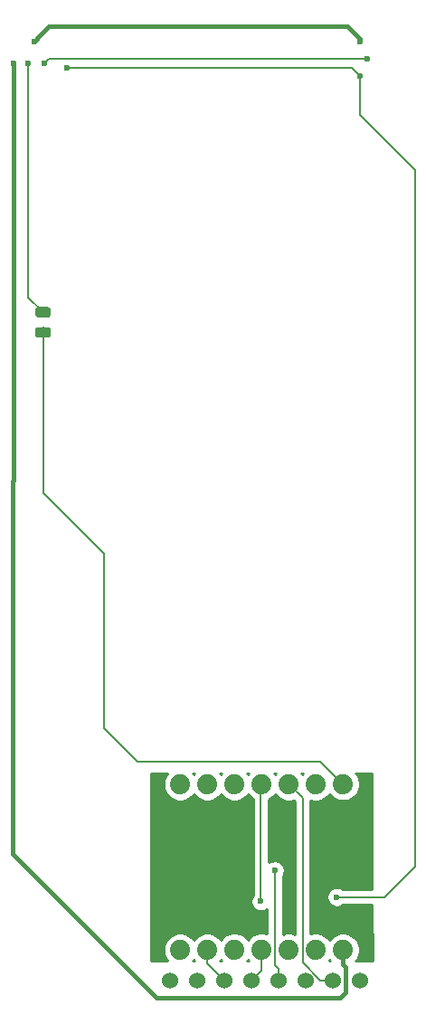
<source format=gbr>
G04 #@! TF.GenerationSoftware,KiCad,Pcbnew,(5.1.2)-1*
G04 #@! TF.CreationDate,2023-05-08T17:00:14+09:00*
G04 #@! TF.ProjectId,gopher_beer_xiao,676f7068-6572-45f6-9265-65725f786961,rev?*
G04 #@! TF.SameCoordinates,Original*
G04 #@! TF.FileFunction,Copper,L2,Bot*
G04 #@! TF.FilePolarity,Positive*
%FSLAX46Y46*%
G04 Gerber Fmt 4.6, Leading zero omitted, Abs format (unit mm)*
G04 Created by KiCad (PCBNEW (5.1.2)-1) date 2023-05-08 17:00:14*
%MOMM*%
%LPD*%
G04 APERTURE LIST*
%ADD10C,1.879600*%
%ADD11C,0.100000*%
%ADD12C,0.975000*%
%ADD13C,1.524000*%
%ADD14C,0.600000*%
%ADD15C,0.200000*%
%ADD16C,0.400000*%
%ADD17C,0.254000*%
G04 APERTURE END LIST*
D10*
X122080000Y-143340000D03*
X119550000Y-143340000D03*
X117010000Y-143340000D03*
X114460000Y-143330000D03*
X111930000Y-143330000D03*
X109380000Y-143340000D03*
X106840000Y-143340000D03*
X106840000Y-127840000D03*
X109390000Y-127840000D03*
X111920000Y-127840000D03*
X114450000Y-127840000D03*
X117010000Y-127840000D03*
X119540000Y-127840000D03*
X122080000Y-127830000D03*
D11*
G36*
X94480142Y-83176174D02*
G01*
X94503803Y-83179684D01*
X94527007Y-83185496D01*
X94549529Y-83193554D01*
X94571153Y-83203782D01*
X94591670Y-83216079D01*
X94610883Y-83230329D01*
X94628607Y-83246393D01*
X94644671Y-83264117D01*
X94658921Y-83283330D01*
X94671218Y-83303847D01*
X94681446Y-83325471D01*
X94689504Y-83347993D01*
X94695316Y-83371197D01*
X94698826Y-83394858D01*
X94700000Y-83418750D01*
X94700000Y-83906250D01*
X94698826Y-83930142D01*
X94695316Y-83953803D01*
X94689504Y-83977007D01*
X94681446Y-83999529D01*
X94671218Y-84021153D01*
X94658921Y-84041670D01*
X94644671Y-84060883D01*
X94628607Y-84078607D01*
X94610883Y-84094671D01*
X94591670Y-84108921D01*
X94571153Y-84121218D01*
X94549529Y-84131446D01*
X94527007Y-84139504D01*
X94503803Y-84145316D01*
X94480142Y-84148826D01*
X94456250Y-84150000D01*
X93543750Y-84150000D01*
X93519858Y-84148826D01*
X93496197Y-84145316D01*
X93472993Y-84139504D01*
X93450471Y-84131446D01*
X93428847Y-84121218D01*
X93408330Y-84108921D01*
X93389117Y-84094671D01*
X93371393Y-84078607D01*
X93355329Y-84060883D01*
X93341079Y-84041670D01*
X93328782Y-84021153D01*
X93318554Y-83999529D01*
X93310496Y-83977007D01*
X93304684Y-83953803D01*
X93301174Y-83930142D01*
X93300000Y-83906250D01*
X93300000Y-83418750D01*
X93301174Y-83394858D01*
X93304684Y-83371197D01*
X93310496Y-83347993D01*
X93318554Y-83325471D01*
X93328782Y-83303847D01*
X93341079Y-83283330D01*
X93355329Y-83264117D01*
X93371393Y-83246393D01*
X93389117Y-83230329D01*
X93408330Y-83216079D01*
X93428847Y-83203782D01*
X93450471Y-83193554D01*
X93472993Y-83185496D01*
X93496197Y-83179684D01*
X93519858Y-83176174D01*
X93543750Y-83175000D01*
X94456250Y-83175000D01*
X94480142Y-83176174D01*
X94480142Y-83176174D01*
G37*
D12*
X94000000Y-83662500D03*
D11*
G36*
X94480142Y-85051174D02*
G01*
X94503803Y-85054684D01*
X94527007Y-85060496D01*
X94549529Y-85068554D01*
X94571153Y-85078782D01*
X94591670Y-85091079D01*
X94610883Y-85105329D01*
X94628607Y-85121393D01*
X94644671Y-85139117D01*
X94658921Y-85158330D01*
X94671218Y-85178847D01*
X94681446Y-85200471D01*
X94689504Y-85222993D01*
X94695316Y-85246197D01*
X94698826Y-85269858D01*
X94700000Y-85293750D01*
X94700000Y-85781250D01*
X94698826Y-85805142D01*
X94695316Y-85828803D01*
X94689504Y-85852007D01*
X94681446Y-85874529D01*
X94671218Y-85896153D01*
X94658921Y-85916670D01*
X94644671Y-85935883D01*
X94628607Y-85953607D01*
X94610883Y-85969671D01*
X94591670Y-85983921D01*
X94571153Y-85996218D01*
X94549529Y-86006446D01*
X94527007Y-86014504D01*
X94503803Y-86020316D01*
X94480142Y-86023826D01*
X94456250Y-86025000D01*
X93543750Y-86025000D01*
X93519858Y-86023826D01*
X93496197Y-86020316D01*
X93472993Y-86014504D01*
X93450471Y-86006446D01*
X93428847Y-85996218D01*
X93408330Y-85983921D01*
X93389117Y-85969671D01*
X93371393Y-85953607D01*
X93355329Y-85935883D01*
X93341079Y-85916670D01*
X93328782Y-85896153D01*
X93318554Y-85874529D01*
X93310496Y-85852007D01*
X93304684Y-85828803D01*
X93301174Y-85805142D01*
X93300000Y-85781250D01*
X93300000Y-85293750D01*
X93301174Y-85269858D01*
X93304684Y-85246197D01*
X93310496Y-85222993D01*
X93318554Y-85200471D01*
X93328782Y-85178847D01*
X93341079Y-85158330D01*
X93355329Y-85139117D01*
X93371393Y-85121393D01*
X93389117Y-85105329D01*
X93408330Y-85091079D01*
X93428847Y-85078782D01*
X93450471Y-85068554D01*
X93472993Y-85060496D01*
X93496197Y-85054684D01*
X93519858Y-85051174D01*
X93543750Y-85050000D01*
X94456250Y-85050000D01*
X94480142Y-85051174D01*
X94480142Y-85051174D01*
G37*
D12*
X94000000Y-85537500D03*
D13*
X105920000Y-146200000D03*
X108460000Y-146200000D03*
X111000000Y-146200000D03*
X113540000Y-146200000D03*
X116080000Y-146200000D03*
X118620000Y-146200000D03*
X121160000Y-146200000D03*
X123700000Y-146200000D03*
D14*
X96200000Y-60800000D03*
X123674500Y-61529200D03*
X121500000Y-138400000D03*
X94149000Y-60389600D03*
X124385700Y-59954400D03*
X92599600Y-60351500D03*
X91228000Y-60351500D03*
X93171100Y-58370300D03*
X123636400Y-58328800D03*
X114400000Y-138800000D03*
X115700000Y-135900000D03*
D15*
X126000000Y-138400000D02*
X121500000Y-138400000D01*
X128860900Y-135539100D02*
X126000000Y-138400000D01*
X128860900Y-70360900D02*
X128860900Y-135539100D01*
X123674500Y-61529200D02*
X123674500Y-65174500D01*
X123674500Y-65174500D02*
X128860900Y-70360900D01*
X122945300Y-60800000D02*
X123674500Y-61529200D01*
X96200000Y-60800000D02*
X122945300Y-60800000D01*
X94584200Y-59954400D02*
X124385700Y-59954400D01*
X94149000Y-60389600D02*
X94584200Y-59954400D01*
X92599600Y-82262100D02*
X94000000Y-83662500D01*
X92599600Y-60351500D02*
X92599600Y-82262100D01*
D16*
X123636400Y-58062100D02*
X123636400Y-58328800D01*
X122506100Y-56931800D02*
X123636400Y-58062100D01*
X94568200Y-56931800D02*
X122506100Y-56931800D01*
X93471099Y-58028901D02*
X94568200Y-56931800D01*
X93171100Y-58370300D02*
X93471099Y-58070301D01*
X93471099Y-58070301D02*
X93471099Y-58028901D01*
X122080000Y-144669077D02*
X122080000Y-143340000D01*
X122322001Y-147277999D02*
X122322001Y-144911078D01*
X91228000Y-60351500D02*
X91228000Y-99428000D01*
X91228000Y-99428000D02*
X91200000Y-99456000D01*
X122322001Y-144911078D02*
X122080000Y-144669077D01*
X91200000Y-99456000D02*
X91200000Y-134399762D01*
X91200000Y-134399762D02*
X104600238Y-147800000D01*
X104600238Y-147800000D02*
X121800000Y-147800000D01*
X121800000Y-147800000D02*
X122322001Y-147277999D01*
D15*
X119960000Y-125710000D02*
X122080000Y-127830000D01*
X102810000Y-125710000D02*
X119960000Y-125710000D01*
X99703840Y-122603840D02*
X102810000Y-125710000D01*
X99703840Y-106254540D02*
X99703840Y-122603840D01*
X94000000Y-85537500D02*
X94000000Y-100550700D01*
X94000000Y-100550700D02*
X99703840Y-106254540D01*
X114460000Y-144080000D02*
X114460000Y-143330000D01*
X114460000Y-145280000D02*
X114460000Y-143330000D01*
X113540000Y-146200000D02*
X114460000Y-145280000D01*
X109800000Y-143760000D02*
X109380000Y-143340000D01*
X109380000Y-144580000D02*
X109380000Y-143340000D01*
X111000000Y-146200000D02*
X109380000Y-144580000D01*
X114400000Y-127890000D02*
X114450000Y-127840000D01*
X114400000Y-138800000D02*
X114400000Y-127890000D01*
X119960000Y-146200000D02*
X121160000Y-146200000D01*
X118310199Y-144550199D02*
X119960000Y-146200000D01*
X117010000Y-127840000D02*
X118310199Y-129140199D01*
X118310199Y-129140199D02*
X118310199Y-144550199D01*
X115700000Y-136324264D02*
X115700000Y-135900000D01*
X115700000Y-144742370D02*
X115700000Y-136324264D01*
X116080000Y-145122370D02*
X115700000Y-144742370D01*
X116080000Y-146200000D02*
X116080000Y-145122370D01*
D17*
G36*
X124811510Y-137665000D02*
G01*
X122082951Y-137665000D01*
X121942889Y-137571414D01*
X121772729Y-137500932D01*
X121592089Y-137465000D01*
X121407911Y-137465000D01*
X121227271Y-137500932D01*
X121057111Y-137571414D01*
X120903972Y-137673738D01*
X120773738Y-137803972D01*
X120671414Y-137957111D01*
X120600932Y-138127271D01*
X120565000Y-138307911D01*
X120565000Y-138492089D01*
X120600932Y-138672729D01*
X120671414Y-138842889D01*
X120773738Y-138996028D01*
X120903972Y-139126262D01*
X121057111Y-139228586D01*
X121227271Y-139299068D01*
X121407911Y-139335000D01*
X121592089Y-139335000D01*
X121772729Y-139299068D01*
X121942889Y-139228586D01*
X122082951Y-139135000D01*
X124813985Y-139135000D01*
X124822786Y-144362939D01*
X123284898Y-144362206D01*
X123303227Y-144343877D01*
X123475570Y-144085948D01*
X123594282Y-143799352D01*
X123654800Y-143495104D01*
X123654800Y-143184896D01*
X123594282Y-142880648D01*
X123475570Y-142594052D01*
X123303227Y-142336123D01*
X123083877Y-142116773D01*
X122825948Y-141944430D01*
X122539352Y-141825718D01*
X122235104Y-141765200D01*
X121924896Y-141765200D01*
X121620648Y-141825718D01*
X121334052Y-141944430D01*
X121076123Y-142116773D01*
X120856773Y-142336123D01*
X120815000Y-142398641D01*
X120773227Y-142336123D01*
X120553877Y-142116773D01*
X120295948Y-141944430D01*
X120009352Y-141825718D01*
X119705104Y-141765200D01*
X119394896Y-141765200D01*
X119090648Y-141825718D01*
X119045199Y-141844544D01*
X119045199Y-129339599D01*
X119080648Y-129354282D01*
X119384896Y-129414800D01*
X119695104Y-129414800D01*
X119999352Y-129354282D01*
X120285948Y-129235570D01*
X120543877Y-129063227D01*
X120763227Y-128843877D01*
X120813341Y-128768876D01*
X120856773Y-128833877D01*
X121076123Y-129053227D01*
X121334052Y-129225570D01*
X121620648Y-129344282D01*
X121924896Y-129404800D01*
X122235104Y-129404800D01*
X122539352Y-129344282D01*
X122825948Y-129225570D01*
X123083877Y-129053227D01*
X123303227Y-128833877D01*
X123475570Y-128575948D01*
X123594282Y-128289352D01*
X123654800Y-127985104D01*
X123654800Y-127674896D01*
X123594282Y-127370648D01*
X123475570Y-127084052D01*
X123303227Y-126826123D01*
X123274104Y-126797000D01*
X124793213Y-126797000D01*
X124811510Y-137665000D01*
X124811510Y-137665000D01*
G37*
X124811510Y-137665000D02*
X122082951Y-137665000D01*
X121942889Y-137571414D01*
X121772729Y-137500932D01*
X121592089Y-137465000D01*
X121407911Y-137465000D01*
X121227271Y-137500932D01*
X121057111Y-137571414D01*
X120903972Y-137673738D01*
X120773738Y-137803972D01*
X120671414Y-137957111D01*
X120600932Y-138127271D01*
X120565000Y-138307911D01*
X120565000Y-138492089D01*
X120600932Y-138672729D01*
X120671414Y-138842889D01*
X120773738Y-138996028D01*
X120903972Y-139126262D01*
X121057111Y-139228586D01*
X121227271Y-139299068D01*
X121407911Y-139335000D01*
X121592089Y-139335000D01*
X121772729Y-139299068D01*
X121942889Y-139228586D01*
X122082951Y-139135000D01*
X124813985Y-139135000D01*
X124822786Y-144362939D01*
X123284898Y-144362206D01*
X123303227Y-144343877D01*
X123475570Y-144085948D01*
X123594282Y-143799352D01*
X123654800Y-143495104D01*
X123654800Y-143184896D01*
X123594282Y-142880648D01*
X123475570Y-142594052D01*
X123303227Y-142336123D01*
X123083877Y-142116773D01*
X122825948Y-141944430D01*
X122539352Y-141825718D01*
X122235104Y-141765200D01*
X121924896Y-141765200D01*
X121620648Y-141825718D01*
X121334052Y-141944430D01*
X121076123Y-142116773D01*
X120856773Y-142336123D01*
X120815000Y-142398641D01*
X120773227Y-142336123D01*
X120553877Y-142116773D01*
X120295948Y-141944430D01*
X120009352Y-141825718D01*
X119705104Y-141765200D01*
X119394896Y-141765200D01*
X119090648Y-141825718D01*
X119045199Y-141844544D01*
X119045199Y-129339599D01*
X119080648Y-129354282D01*
X119384896Y-129414800D01*
X119695104Y-129414800D01*
X119999352Y-129354282D01*
X120285948Y-129235570D01*
X120543877Y-129063227D01*
X120763227Y-128843877D01*
X120813341Y-128768876D01*
X120856773Y-128833877D01*
X121076123Y-129053227D01*
X121334052Y-129225570D01*
X121620648Y-129344282D01*
X121924896Y-129404800D01*
X122235104Y-129404800D01*
X122539352Y-129344282D01*
X122825948Y-129225570D01*
X123083877Y-129053227D01*
X123303227Y-128833877D01*
X123475570Y-128575948D01*
X123594282Y-128289352D01*
X123654800Y-127985104D01*
X123654800Y-127674896D01*
X123594282Y-127370648D01*
X123475570Y-127084052D01*
X123303227Y-126826123D01*
X123274104Y-126797000D01*
X124793213Y-126797000D01*
X124811510Y-137665000D01*
G36*
X120856773Y-144343877D02*
G01*
X120873953Y-144361057D01*
X120756103Y-144361001D01*
X120773227Y-144343877D01*
X120815000Y-144281359D01*
X120856773Y-144343877D01*
X120856773Y-144343877D01*
G37*
X120856773Y-144343877D02*
X120873953Y-144361057D01*
X120756103Y-144361001D01*
X120773227Y-144343877D01*
X120815000Y-144281359D01*
X120856773Y-144343877D01*
G36*
X113236773Y-144333877D02*
G01*
X113260324Y-144357428D01*
X113129738Y-144357366D01*
X113153227Y-144333877D01*
X113195000Y-144271359D01*
X113236773Y-144333877D01*
X113236773Y-144333877D01*
G37*
X113236773Y-144333877D02*
X113260324Y-144357428D01*
X113129738Y-144357366D01*
X113153227Y-144333877D01*
X113195000Y-144271359D01*
X113236773Y-144333877D01*
G36*
X110706773Y-144333877D02*
G01*
X110729118Y-144356222D01*
X110590948Y-144356156D01*
X110603227Y-144343877D01*
X110658341Y-144261393D01*
X110706773Y-144333877D01*
X110706773Y-144333877D01*
G37*
X110706773Y-144333877D02*
X110729118Y-144356222D01*
X110590948Y-144356156D01*
X110603227Y-144343877D01*
X110658341Y-144261393D01*
X110706773Y-144333877D01*
G36*
X108156773Y-144343877D02*
G01*
X108167897Y-144355001D01*
X108052158Y-144354946D01*
X108063227Y-144343877D01*
X108110000Y-144273876D01*
X108156773Y-144343877D01*
X108156773Y-144343877D01*
G37*
X108156773Y-144343877D02*
X108167897Y-144355001D01*
X108052158Y-144354946D01*
X108063227Y-144343877D01*
X108110000Y-144273876D01*
X108156773Y-144343877D01*
G36*
X105616773Y-126836123D02*
G01*
X105444430Y-127094052D01*
X105325718Y-127380648D01*
X105265200Y-127684896D01*
X105265200Y-127995104D01*
X105325718Y-128299352D01*
X105444430Y-128585948D01*
X105616773Y-128843877D01*
X105836123Y-129063227D01*
X106094052Y-129235570D01*
X106380648Y-129354282D01*
X106684896Y-129414800D01*
X106995104Y-129414800D01*
X107299352Y-129354282D01*
X107585948Y-129235570D01*
X107843877Y-129063227D01*
X108063227Y-128843877D01*
X108115000Y-128766393D01*
X108166773Y-128843877D01*
X108386123Y-129063227D01*
X108644052Y-129235570D01*
X108930648Y-129354282D01*
X109234896Y-129414800D01*
X109545104Y-129414800D01*
X109849352Y-129354282D01*
X110135948Y-129235570D01*
X110393877Y-129063227D01*
X110613227Y-128843877D01*
X110655000Y-128781359D01*
X110696773Y-128843877D01*
X110916123Y-129063227D01*
X111174052Y-129235570D01*
X111460648Y-129354282D01*
X111764896Y-129414800D01*
X112075104Y-129414800D01*
X112379352Y-129354282D01*
X112665948Y-129235570D01*
X112923877Y-129063227D01*
X113143227Y-128843877D01*
X113185000Y-128781359D01*
X113226773Y-128843877D01*
X113446123Y-129063227D01*
X113665001Y-129209477D01*
X113665000Y-138217049D01*
X113571414Y-138357111D01*
X113500932Y-138527271D01*
X113465000Y-138707911D01*
X113465000Y-138892089D01*
X113500932Y-139072729D01*
X113571414Y-139242889D01*
X113673738Y-139396028D01*
X113803972Y-139526262D01*
X113957111Y-139628586D01*
X114127271Y-139699068D01*
X114307911Y-139735000D01*
X114492089Y-139735000D01*
X114672729Y-139699068D01*
X114842889Y-139628586D01*
X114965001Y-139546994D01*
X114965000Y-141834626D01*
X114919352Y-141815718D01*
X114615104Y-141755200D01*
X114304896Y-141755200D01*
X114000648Y-141815718D01*
X113714052Y-141934430D01*
X113456123Y-142106773D01*
X113236773Y-142326123D01*
X113195000Y-142388641D01*
X113153227Y-142326123D01*
X112933877Y-142106773D01*
X112675948Y-141934430D01*
X112389352Y-141815718D01*
X112085104Y-141755200D01*
X111774896Y-141755200D01*
X111470648Y-141815718D01*
X111184052Y-141934430D01*
X110926123Y-142106773D01*
X110706773Y-142326123D01*
X110651659Y-142408607D01*
X110603227Y-142336123D01*
X110383877Y-142116773D01*
X110125948Y-141944430D01*
X109839352Y-141825718D01*
X109535104Y-141765200D01*
X109224896Y-141765200D01*
X108920648Y-141825718D01*
X108634052Y-141944430D01*
X108376123Y-142116773D01*
X108156773Y-142336123D01*
X108110000Y-142406124D01*
X108063227Y-142336123D01*
X107843877Y-142116773D01*
X107585948Y-141944430D01*
X107299352Y-141825718D01*
X106995104Y-141765200D01*
X106684896Y-141765200D01*
X106380648Y-141825718D01*
X106094052Y-141944430D01*
X105836123Y-142116773D01*
X105616773Y-142336123D01*
X105444430Y-142594052D01*
X105325718Y-142880648D01*
X105265200Y-143184896D01*
X105265200Y-143495104D01*
X105325718Y-143799352D01*
X105444430Y-144085948D01*
X105616773Y-144343877D01*
X105626686Y-144353790D01*
X104097000Y-144353061D01*
X104097000Y-126797000D01*
X105655896Y-126797000D01*
X105616773Y-126836123D01*
X105616773Y-126836123D01*
G37*
X105616773Y-126836123D02*
X105444430Y-127094052D01*
X105325718Y-127380648D01*
X105265200Y-127684896D01*
X105265200Y-127995104D01*
X105325718Y-128299352D01*
X105444430Y-128585948D01*
X105616773Y-128843877D01*
X105836123Y-129063227D01*
X106094052Y-129235570D01*
X106380648Y-129354282D01*
X106684896Y-129414800D01*
X106995104Y-129414800D01*
X107299352Y-129354282D01*
X107585948Y-129235570D01*
X107843877Y-129063227D01*
X108063227Y-128843877D01*
X108115000Y-128766393D01*
X108166773Y-128843877D01*
X108386123Y-129063227D01*
X108644052Y-129235570D01*
X108930648Y-129354282D01*
X109234896Y-129414800D01*
X109545104Y-129414800D01*
X109849352Y-129354282D01*
X110135948Y-129235570D01*
X110393877Y-129063227D01*
X110613227Y-128843877D01*
X110655000Y-128781359D01*
X110696773Y-128843877D01*
X110916123Y-129063227D01*
X111174052Y-129235570D01*
X111460648Y-129354282D01*
X111764896Y-129414800D01*
X112075104Y-129414800D01*
X112379352Y-129354282D01*
X112665948Y-129235570D01*
X112923877Y-129063227D01*
X113143227Y-128843877D01*
X113185000Y-128781359D01*
X113226773Y-128843877D01*
X113446123Y-129063227D01*
X113665001Y-129209477D01*
X113665000Y-138217049D01*
X113571414Y-138357111D01*
X113500932Y-138527271D01*
X113465000Y-138707911D01*
X113465000Y-138892089D01*
X113500932Y-139072729D01*
X113571414Y-139242889D01*
X113673738Y-139396028D01*
X113803972Y-139526262D01*
X113957111Y-139628586D01*
X114127271Y-139699068D01*
X114307911Y-139735000D01*
X114492089Y-139735000D01*
X114672729Y-139699068D01*
X114842889Y-139628586D01*
X114965001Y-139546994D01*
X114965000Y-141834626D01*
X114919352Y-141815718D01*
X114615104Y-141755200D01*
X114304896Y-141755200D01*
X114000648Y-141815718D01*
X113714052Y-141934430D01*
X113456123Y-142106773D01*
X113236773Y-142326123D01*
X113195000Y-142388641D01*
X113153227Y-142326123D01*
X112933877Y-142106773D01*
X112675948Y-141934430D01*
X112389352Y-141815718D01*
X112085104Y-141755200D01*
X111774896Y-141755200D01*
X111470648Y-141815718D01*
X111184052Y-141934430D01*
X110926123Y-142106773D01*
X110706773Y-142326123D01*
X110651659Y-142408607D01*
X110603227Y-142336123D01*
X110383877Y-142116773D01*
X110125948Y-141944430D01*
X109839352Y-141825718D01*
X109535104Y-141765200D01*
X109224896Y-141765200D01*
X108920648Y-141825718D01*
X108634052Y-141944430D01*
X108376123Y-142116773D01*
X108156773Y-142336123D01*
X108110000Y-142406124D01*
X108063227Y-142336123D01*
X107843877Y-142116773D01*
X107585948Y-141944430D01*
X107299352Y-141825718D01*
X106995104Y-141765200D01*
X106684896Y-141765200D01*
X106380648Y-141825718D01*
X106094052Y-141944430D01*
X105836123Y-142116773D01*
X105616773Y-142336123D01*
X105444430Y-142594052D01*
X105325718Y-142880648D01*
X105265200Y-143184896D01*
X105265200Y-143495104D01*
X105325718Y-143799352D01*
X105444430Y-144085948D01*
X105616773Y-144343877D01*
X105626686Y-144353790D01*
X104097000Y-144353061D01*
X104097000Y-126797000D01*
X105655896Y-126797000D01*
X105616773Y-126836123D01*
G36*
X115786773Y-128843877D02*
G01*
X116006123Y-129063227D01*
X116264052Y-129235570D01*
X116550648Y-129354282D01*
X116854896Y-129414800D01*
X117165104Y-129414800D01*
X117469352Y-129354282D01*
X117480300Y-129349747D01*
X117575199Y-129444646D01*
X117575200Y-141869562D01*
X117469352Y-141825718D01*
X117165104Y-141765200D01*
X116854896Y-141765200D01*
X116550648Y-141825718D01*
X116435000Y-141873621D01*
X116435000Y-136482951D01*
X116528586Y-136342889D01*
X116599068Y-136172729D01*
X116635000Y-135992089D01*
X116635000Y-135807911D01*
X116599068Y-135627271D01*
X116528586Y-135457111D01*
X116426262Y-135303972D01*
X116296028Y-135173738D01*
X116142889Y-135071414D01*
X115972729Y-135000932D01*
X115792089Y-134965000D01*
X115607911Y-134965000D01*
X115427271Y-135000932D01*
X115257111Y-135071414D01*
X115135000Y-135153006D01*
X115135000Y-129260815D01*
X115195948Y-129235570D01*
X115453877Y-129063227D01*
X115673227Y-128843877D01*
X115730000Y-128758910D01*
X115786773Y-128843877D01*
X115786773Y-128843877D01*
G37*
X115786773Y-128843877D02*
X116006123Y-129063227D01*
X116264052Y-129235570D01*
X116550648Y-129354282D01*
X116854896Y-129414800D01*
X117165104Y-129414800D01*
X117469352Y-129354282D01*
X117480300Y-129349747D01*
X117575199Y-129444646D01*
X117575200Y-141869562D01*
X117469352Y-141825718D01*
X117165104Y-141765200D01*
X116854896Y-141765200D01*
X116550648Y-141825718D01*
X116435000Y-141873621D01*
X116435000Y-136482951D01*
X116528586Y-136342889D01*
X116599068Y-136172729D01*
X116635000Y-135992089D01*
X116635000Y-135807911D01*
X116599068Y-135627271D01*
X116528586Y-135457111D01*
X116426262Y-135303972D01*
X116296028Y-135173738D01*
X116142889Y-135071414D01*
X115972729Y-135000932D01*
X115792089Y-134965000D01*
X115607911Y-134965000D01*
X115427271Y-135000932D01*
X115257111Y-135071414D01*
X115135000Y-135153006D01*
X115135000Y-129260815D01*
X115195948Y-129235570D01*
X115453877Y-129063227D01*
X115673227Y-128843877D01*
X115730000Y-128758910D01*
X115786773Y-128843877D01*
G36*
X115786773Y-126836123D02*
G01*
X115730000Y-126921090D01*
X115673227Y-126836123D01*
X115634104Y-126797000D01*
X115825896Y-126797000D01*
X115786773Y-126836123D01*
X115786773Y-126836123D01*
G37*
X115786773Y-126836123D02*
X115730000Y-126921090D01*
X115673227Y-126836123D01*
X115634104Y-126797000D01*
X115825896Y-126797000D01*
X115786773Y-126836123D01*
G36*
X108166773Y-126836123D02*
G01*
X108115000Y-126913607D01*
X108063227Y-126836123D01*
X108024104Y-126797000D01*
X108205896Y-126797000D01*
X108166773Y-126836123D01*
X108166773Y-126836123D01*
G37*
X108166773Y-126836123D02*
X108115000Y-126913607D01*
X108063227Y-126836123D01*
X108024104Y-126797000D01*
X108205896Y-126797000D01*
X108166773Y-126836123D01*
G36*
X118316773Y-126836123D02*
G01*
X118275000Y-126898641D01*
X118233227Y-126836123D01*
X118194104Y-126797000D01*
X118355896Y-126797000D01*
X118316773Y-126836123D01*
X118316773Y-126836123D01*
G37*
X118316773Y-126836123D02*
X118275000Y-126898641D01*
X118233227Y-126836123D01*
X118194104Y-126797000D01*
X118355896Y-126797000D01*
X118316773Y-126836123D01*
G36*
X113226773Y-126836123D02*
G01*
X113185000Y-126898641D01*
X113143227Y-126836123D01*
X113104104Y-126797000D01*
X113265896Y-126797000D01*
X113226773Y-126836123D01*
X113226773Y-126836123D01*
G37*
X113226773Y-126836123D02*
X113185000Y-126898641D01*
X113143227Y-126836123D01*
X113104104Y-126797000D01*
X113265896Y-126797000D01*
X113226773Y-126836123D01*
G36*
X110696773Y-126836123D02*
G01*
X110655000Y-126898641D01*
X110613227Y-126836123D01*
X110574104Y-126797000D01*
X110735896Y-126797000D01*
X110696773Y-126836123D01*
X110696773Y-126836123D01*
G37*
X110696773Y-126836123D02*
X110655000Y-126898641D01*
X110613227Y-126836123D01*
X110574104Y-126797000D01*
X110735896Y-126797000D01*
X110696773Y-126836123D01*
M02*

</source>
